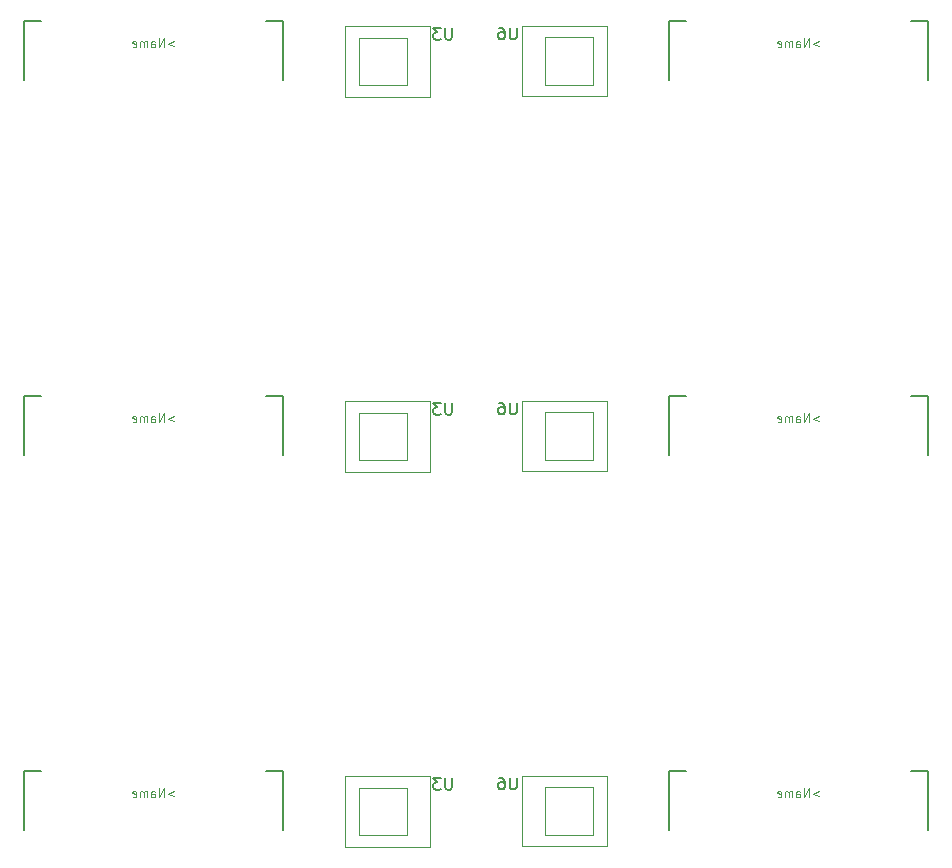
<source format=gbr>
G04 #@! TF.GenerationSoftware,KiCad,Pcbnew,(5.1.2)-2*
G04 #@! TF.CreationDate,2021-03-31T16:43:33-04:00*
G04 #@! TF.ProjectId,MicroMod_tinycar_panelized,4d696372-6f4d-46f6-945f-74696e796361,rev?*
G04 #@! TF.SameCoordinates,Original*
G04 #@! TF.FileFunction,Legend,Bot*
G04 #@! TF.FilePolarity,Positive*
%FSLAX46Y46*%
G04 Gerber Fmt 4.6, Leading zero omitted, Abs format (unit mm)*
G04 Created by KiCad (PCBNEW (5.1.2)-2) date 2021-03-31 16:43:33*
%MOMM*%
%LPD*%
G04 APERTURE LIST*
%ADD10C,0.120000*%
%ADD11C,0.152400*%
%ADD12C,0.150000*%
%ADD13C,0.060960*%
G04 APERTURE END LIST*
D10*
X141446000Y-131170000D02*
X137446000Y-131170000D01*
X141446000Y-127170000D02*
X141446000Y-131170000D01*
X137446000Y-127170000D02*
X141446000Y-127170000D01*
X137446000Y-131170000D02*
X137446000Y-127170000D01*
X136246000Y-126170000D02*
X143446000Y-126170000D01*
X136246000Y-132170000D02*
X143446000Y-132170000D01*
X143446000Y-132170000D02*
X143446000Y-126170000D01*
X136246000Y-132170000D02*
X136246000Y-126170000D01*
X141446000Y-99420000D02*
X137446000Y-99420000D01*
X141446000Y-95420000D02*
X141446000Y-99420000D01*
X137446000Y-95420000D02*
X141446000Y-95420000D01*
X137446000Y-99420000D02*
X137446000Y-95420000D01*
X136246000Y-94420000D02*
X143446000Y-94420000D01*
X136246000Y-100420000D02*
X143446000Y-100420000D01*
X143446000Y-100420000D02*
X143446000Y-94420000D01*
X136246000Y-100420000D02*
X136246000Y-94420000D01*
X141446000Y-67670000D02*
X137446000Y-67670000D01*
X141446000Y-63670000D02*
X141446000Y-67670000D01*
X137446000Y-63670000D02*
X141446000Y-63670000D01*
X137446000Y-67670000D02*
X137446000Y-63670000D01*
X136246000Y-62670000D02*
X143446000Y-62670000D01*
X136246000Y-68670000D02*
X143446000Y-68670000D01*
X143446000Y-68670000D02*
X143446000Y-62670000D01*
X136246000Y-68670000D02*
X136246000Y-62670000D01*
X153194000Y-127159000D02*
X157194000Y-127159000D01*
X153194000Y-131159000D02*
X153194000Y-127159000D01*
X157194000Y-131159000D02*
X153194000Y-131159000D01*
X157194000Y-127159000D02*
X157194000Y-131159000D01*
X158394000Y-132159000D02*
X151194000Y-132159000D01*
X158394000Y-126159000D02*
X151194000Y-126159000D01*
X151194000Y-126159000D02*
X151194000Y-132159000D01*
X158394000Y-126159000D02*
X158394000Y-132159000D01*
X153194000Y-95409000D02*
X157194000Y-95409000D01*
X153194000Y-99409000D02*
X153194000Y-95409000D01*
X157194000Y-99409000D02*
X153194000Y-99409000D01*
X157194000Y-95409000D02*
X157194000Y-99409000D01*
X158394000Y-100409000D02*
X151194000Y-100409000D01*
X158394000Y-94409000D02*
X151194000Y-94409000D01*
X151194000Y-94409000D02*
X151194000Y-100409000D01*
X158394000Y-94409000D02*
X158394000Y-100409000D01*
X153194000Y-63659000D02*
X157194000Y-63659000D01*
X153194000Y-67659000D02*
X153194000Y-63659000D01*
X157194000Y-67659000D02*
X153194000Y-67659000D01*
X157194000Y-63659000D02*
X157194000Y-67659000D01*
X158394000Y-68659000D02*
X151194000Y-68659000D01*
X158394000Y-62659000D02*
X151194000Y-62659000D01*
X151194000Y-62659000D02*
X151194000Y-68659000D01*
X158394000Y-62659000D02*
X158394000Y-68659000D01*
D11*
X109013740Y-67269980D02*
X109013740Y-62269980D01*
X109013740Y-62269980D02*
X110513740Y-62269980D01*
X129513740Y-62269980D02*
X131013740Y-62269980D01*
X131013740Y-67269980D02*
X131013740Y-62269980D01*
X109013740Y-99019980D02*
X109013740Y-94019980D01*
X109013740Y-94019980D02*
X110513740Y-94019980D01*
X129513740Y-94019980D02*
X131013740Y-94019980D01*
X131013740Y-99019980D02*
X131013740Y-94019980D01*
X109013740Y-130769980D02*
X109013740Y-125769980D01*
X109013740Y-125769980D02*
X110513740Y-125769980D01*
X129513740Y-125769980D02*
X131013740Y-125769980D01*
X131013740Y-130769980D02*
X131013740Y-125769980D01*
X163623740Y-67269980D02*
X163623740Y-62269980D01*
X163623740Y-62269980D02*
X165123740Y-62269980D01*
X184123740Y-62269980D02*
X185623740Y-62269980D01*
X185623740Y-67269980D02*
X185623740Y-62269980D01*
X163623740Y-99019980D02*
X163623740Y-94019980D01*
X163623740Y-94019980D02*
X165123740Y-94019980D01*
X184123740Y-94019980D02*
X185623740Y-94019980D01*
X185623740Y-99019980D02*
X185623740Y-94019980D01*
X163623740Y-130769980D02*
X163623740Y-125769980D01*
X163623740Y-125769980D02*
X165123740Y-125769980D01*
X184123740Y-125769980D02*
X185623740Y-125769980D01*
X185623740Y-130769980D02*
X185623740Y-125769980D01*
D12*
X145287904Y-126347380D02*
X145287904Y-127156904D01*
X145240285Y-127252142D01*
X145192666Y-127299761D01*
X145097428Y-127347380D01*
X144906952Y-127347380D01*
X144811714Y-127299761D01*
X144764095Y-127252142D01*
X144716476Y-127156904D01*
X144716476Y-126347380D01*
X144335523Y-126347380D02*
X143716476Y-126347380D01*
X144049809Y-126728333D01*
X143906952Y-126728333D01*
X143811714Y-126775952D01*
X143764095Y-126823571D01*
X143716476Y-126918809D01*
X143716476Y-127156904D01*
X143764095Y-127252142D01*
X143811714Y-127299761D01*
X143906952Y-127347380D01*
X144192666Y-127347380D01*
X144287904Y-127299761D01*
X144335523Y-127252142D01*
X145287904Y-94597380D02*
X145287904Y-95406904D01*
X145240285Y-95502142D01*
X145192666Y-95549761D01*
X145097428Y-95597380D01*
X144906952Y-95597380D01*
X144811714Y-95549761D01*
X144764095Y-95502142D01*
X144716476Y-95406904D01*
X144716476Y-94597380D01*
X144335523Y-94597380D02*
X143716476Y-94597380D01*
X144049809Y-94978333D01*
X143906952Y-94978333D01*
X143811714Y-95025952D01*
X143764095Y-95073571D01*
X143716476Y-95168809D01*
X143716476Y-95406904D01*
X143764095Y-95502142D01*
X143811714Y-95549761D01*
X143906952Y-95597380D01*
X144192666Y-95597380D01*
X144287904Y-95549761D01*
X144335523Y-95502142D01*
X145287904Y-62847380D02*
X145287904Y-63656904D01*
X145240285Y-63752142D01*
X145192666Y-63799761D01*
X145097428Y-63847380D01*
X144906952Y-63847380D01*
X144811714Y-63799761D01*
X144764095Y-63752142D01*
X144716476Y-63656904D01*
X144716476Y-62847380D01*
X144335523Y-62847380D02*
X143716476Y-62847380D01*
X144049809Y-63228333D01*
X143906952Y-63228333D01*
X143811714Y-63275952D01*
X143764095Y-63323571D01*
X143716476Y-63418809D01*
X143716476Y-63656904D01*
X143764095Y-63752142D01*
X143811714Y-63799761D01*
X143906952Y-63847380D01*
X144192666Y-63847380D01*
X144287904Y-63799761D01*
X144335523Y-63752142D01*
X150748904Y-126325380D02*
X150748904Y-127134904D01*
X150701285Y-127230142D01*
X150653666Y-127277761D01*
X150558428Y-127325380D01*
X150367952Y-127325380D01*
X150272714Y-127277761D01*
X150225095Y-127230142D01*
X150177476Y-127134904D01*
X150177476Y-126325380D01*
X149272714Y-126325380D02*
X149463190Y-126325380D01*
X149558428Y-126373000D01*
X149606047Y-126420619D01*
X149701285Y-126563476D01*
X149748904Y-126753952D01*
X149748904Y-127134904D01*
X149701285Y-127230142D01*
X149653666Y-127277761D01*
X149558428Y-127325380D01*
X149367952Y-127325380D01*
X149272714Y-127277761D01*
X149225095Y-127230142D01*
X149177476Y-127134904D01*
X149177476Y-126896809D01*
X149225095Y-126801571D01*
X149272714Y-126753952D01*
X149367952Y-126706333D01*
X149558428Y-126706333D01*
X149653666Y-126753952D01*
X149701285Y-126801571D01*
X149748904Y-126896809D01*
X150748904Y-94575380D02*
X150748904Y-95384904D01*
X150701285Y-95480142D01*
X150653666Y-95527761D01*
X150558428Y-95575380D01*
X150367952Y-95575380D01*
X150272714Y-95527761D01*
X150225095Y-95480142D01*
X150177476Y-95384904D01*
X150177476Y-94575380D01*
X149272714Y-94575380D02*
X149463190Y-94575380D01*
X149558428Y-94623000D01*
X149606047Y-94670619D01*
X149701285Y-94813476D01*
X149748904Y-95003952D01*
X149748904Y-95384904D01*
X149701285Y-95480142D01*
X149653666Y-95527761D01*
X149558428Y-95575380D01*
X149367952Y-95575380D01*
X149272714Y-95527761D01*
X149225095Y-95480142D01*
X149177476Y-95384904D01*
X149177476Y-95146809D01*
X149225095Y-95051571D01*
X149272714Y-95003952D01*
X149367952Y-94956333D01*
X149558428Y-94956333D01*
X149653666Y-95003952D01*
X149701285Y-95051571D01*
X149748904Y-95146809D01*
X150748904Y-62825380D02*
X150748904Y-63634904D01*
X150701285Y-63730142D01*
X150653666Y-63777761D01*
X150558428Y-63825380D01*
X150367952Y-63825380D01*
X150272714Y-63777761D01*
X150225095Y-63730142D01*
X150177476Y-63634904D01*
X150177476Y-62825380D01*
X149272714Y-62825380D02*
X149463190Y-62825380D01*
X149558428Y-62873000D01*
X149606047Y-62920619D01*
X149701285Y-63063476D01*
X149748904Y-63253952D01*
X149748904Y-63634904D01*
X149701285Y-63730142D01*
X149653666Y-63777761D01*
X149558428Y-63825380D01*
X149367952Y-63825380D01*
X149272714Y-63777761D01*
X149225095Y-63730142D01*
X149177476Y-63634904D01*
X149177476Y-63396809D01*
X149225095Y-63301571D01*
X149272714Y-63253952D01*
X149367952Y-63206333D01*
X149558428Y-63206333D01*
X149653666Y-63253952D01*
X149701285Y-63301571D01*
X149748904Y-63396809D01*
D13*
X121789018Y-63979858D02*
X121237475Y-64186687D01*
X121789018Y-64393515D01*
X120892761Y-64462458D02*
X120892761Y-63738558D01*
X120479104Y-64462458D01*
X120479104Y-63738558D01*
X119824147Y-64462458D02*
X119824147Y-64083272D01*
X119858618Y-64014330D01*
X119927561Y-63979858D01*
X120065447Y-63979858D01*
X120134390Y-64014330D01*
X119824147Y-64427987D02*
X119893090Y-64462458D01*
X120065447Y-64462458D01*
X120134390Y-64427987D01*
X120168861Y-64359044D01*
X120168861Y-64290101D01*
X120134390Y-64221158D01*
X120065447Y-64186687D01*
X119893090Y-64186687D01*
X119824147Y-64152215D01*
X119479432Y-64462458D02*
X119479432Y-63979858D01*
X119479432Y-64048801D02*
X119444961Y-64014330D01*
X119376018Y-63979858D01*
X119272604Y-63979858D01*
X119203661Y-64014330D01*
X119169190Y-64083272D01*
X119169190Y-64462458D01*
X119169190Y-64083272D02*
X119134718Y-64014330D01*
X119065775Y-63979858D01*
X118962361Y-63979858D01*
X118893418Y-64014330D01*
X118858947Y-64083272D01*
X118858947Y-64462458D01*
X118238461Y-64427987D02*
X118307404Y-64462458D01*
X118445290Y-64462458D01*
X118514232Y-64427987D01*
X118548704Y-64359044D01*
X118548704Y-64083272D01*
X118514232Y-64014330D01*
X118445290Y-63979858D01*
X118307404Y-63979858D01*
X118238461Y-64014330D01*
X118203990Y-64083272D01*
X118203990Y-64152215D01*
X118548704Y-64221158D01*
X121789018Y-95729858D02*
X121237475Y-95936687D01*
X121789018Y-96143515D01*
X120892761Y-96212458D02*
X120892761Y-95488558D01*
X120479104Y-96212458D01*
X120479104Y-95488558D01*
X119824147Y-96212458D02*
X119824147Y-95833272D01*
X119858618Y-95764330D01*
X119927561Y-95729858D01*
X120065447Y-95729858D01*
X120134390Y-95764330D01*
X119824147Y-96177987D02*
X119893090Y-96212458D01*
X120065447Y-96212458D01*
X120134390Y-96177987D01*
X120168861Y-96109044D01*
X120168861Y-96040101D01*
X120134390Y-95971158D01*
X120065447Y-95936687D01*
X119893090Y-95936687D01*
X119824147Y-95902215D01*
X119479432Y-96212458D02*
X119479432Y-95729858D01*
X119479432Y-95798801D02*
X119444961Y-95764330D01*
X119376018Y-95729858D01*
X119272604Y-95729858D01*
X119203661Y-95764330D01*
X119169190Y-95833272D01*
X119169190Y-96212458D01*
X119169190Y-95833272D02*
X119134718Y-95764330D01*
X119065775Y-95729858D01*
X118962361Y-95729858D01*
X118893418Y-95764330D01*
X118858947Y-95833272D01*
X118858947Y-96212458D01*
X118238461Y-96177987D02*
X118307404Y-96212458D01*
X118445290Y-96212458D01*
X118514232Y-96177987D01*
X118548704Y-96109044D01*
X118548704Y-95833272D01*
X118514232Y-95764330D01*
X118445290Y-95729858D01*
X118307404Y-95729858D01*
X118238461Y-95764330D01*
X118203990Y-95833272D01*
X118203990Y-95902215D01*
X118548704Y-95971158D01*
X121789018Y-127479858D02*
X121237475Y-127686687D01*
X121789018Y-127893515D01*
X120892761Y-127962458D02*
X120892761Y-127238558D01*
X120479104Y-127962458D01*
X120479104Y-127238558D01*
X119824147Y-127962458D02*
X119824147Y-127583272D01*
X119858618Y-127514330D01*
X119927561Y-127479858D01*
X120065447Y-127479858D01*
X120134390Y-127514330D01*
X119824147Y-127927987D02*
X119893090Y-127962458D01*
X120065447Y-127962458D01*
X120134390Y-127927987D01*
X120168861Y-127859044D01*
X120168861Y-127790101D01*
X120134390Y-127721158D01*
X120065447Y-127686687D01*
X119893090Y-127686687D01*
X119824147Y-127652215D01*
X119479432Y-127962458D02*
X119479432Y-127479858D01*
X119479432Y-127548801D02*
X119444961Y-127514330D01*
X119376018Y-127479858D01*
X119272604Y-127479858D01*
X119203661Y-127514330D01*
X119169190Y-127583272D01*
X119169190Y-127962458D01*
X119169190Y-127583272D02*
X119134718Y-127514330D01*
X119065775Y-127479858D01*
X118962361Y-127479858D01*
X118893418Y-127514330D01*
X118858947Y-127583272D01*
X118858947Y-127962458D01*
X118238461Y-127927987D02*
X118307404Y-127962458D01*
X118445290Y-127962458D01*
X118514232Y-127927987D01*
X118548704Y-127859044D01*
X118548704Y-127583272D01*
X118514232Y-127514330D01*
X118445290Y-127479858D01*
X118307404Y-127479858D01*
X118238461Y-127514330D01*
X118203990Y-127583272D01*
X118203990Y-127652215D01*
X118548704Y-127721158D01*
X176399018Y-63979858D02*
X175847475Y-64186687D01*
X176399018Y-64393515D01*
X175502761Y-64462458D02*
X175502761Y-63738558D01*
X175089104Y-64462458D01*
X175089104Y-63738558D01*
X174434147Y-64462458D02*
X174434147Y-64083272D01*
X174468618Y-64014330D01*
X174537561Y-63979858D01*
X174675447Y-63979858D01*
X174744390Y-64014330D01*
X174434147Y-64427987D02*
X174503090Y-64462458D01*
X174675447Y-64462458D01*
X174744390Y-64427987D01*
X174778861Y-64359044D01*
X174778861Y-64290101D01*
X174744390Y-64221158D01*
X174675447Y-64186687D01*
X174503090Y-64186687D01*
X174434147Y-64152215D01*
X174089432Y-64462458D02*
X174089432Y-63979858D01*
X174089432Y-64048801D02*
X174054961Y-64014330D01*
X173986018Y-63979858D01*
X173882604Y-63979858D01*
X173813661Y-64014330D01*
X173779190Y-64083272D01*
X173779190Y-64462458D01*
X173779190Y-64083272D02*
X173744718Y-64014330D01*
X173675775Y-63979858D01*
X173572361Y-63979858D01*
X173503418Y-64014330D01*
X173468947Y-64083272D01*
X173468947Y-64462458D01*
X172848461Y-64427987D02*
X172917404Y-64462458D01*
X173055290Y-64462458D01*
X173124232Y-64427987D01*
X173158704Y-64359044D01*
X173158704Y-64083272D01*
X173124232Y-64014330D01*
X173055290Y-63979858D01*
X172917404Y-63979858D01*
X172848461Y-64014330D01*
X172813990Y-64083272D01*
X172813990Y-64152215D01*
X173158704Y-64221158D01*
X176399018Y-95729858D02*
X175847475Y-95936687D01*
X176399018Y-96143515D01*
X175502761Y-96212458D02*
X175502761Y-95488558D01*
X175089104Y-96212458D01*
X175089104Y-95488558D01*
X174434147Y-96212458D02*
X174434147Y-95833272D01*
X174468618Y-95764330D01*
X174537561Y-95729858D01*
X174675447Y-95729858D01*
X174744390Y-95764330D01*
X174434147Y-96177987D02*
X174503090Y-96212458D01*
X174675447Y-96212458D01*
X174744390Y-96177987D01*
X174778861Y-96109044D01*
X174778861Y-96040101D01*
X174744390Y-95971158D01*
X174675447Y-95936687D01*
X174503090Y-95936687D01*
X174434147Y-95902215D01*
X174089432Y-96212458D02*
X174089432Y-95729858D01*
X174089432Y-95798801D02*
X174054961Y-95764330D01*
X173986018Y-95729858D01*
X173882604Y-95729858D01*
X173813661Y-95764330D01*
X173779190Y-95833272D01*
X173779190Y-96212458D01*
X173779190Y-95833272D02*
X173744718Y-95764330D01*
X173675775Y-95729858D01*
X173572361Y-95729858D01*
X173503418Y-95764330D01*
X173468947Y-95833272D01*
X173468947Y-96212458D01*
X172848461Y-96177987D02*
X172917404Y-96212458D01*
X173055290Y-96212458D01*
X173124232Y-96177987D01*
X173158704Y-96109044D01*
X173158704Y-95833272D01*
X173124232Y-95764330D01*
X173055290Y-95729858D01*
X172917404Y-95729858D01*
X172848461Y-95764330D01*
X172813990Y-95833272D01*
X172813990Y-95902215D01*
X173158704Y-95971158D01*
X176399018Y-127479858D02*
X175847475Y-127686687D01*
X176399018Y-127893515D01*
X175502761Y-127962458D02*
X175502761Y-127238558D01*
X175089104Y-127962458D01*
X175089104Y-127238558D01*
X174434147Y-127962458D02*
X174434147Y-127583272D01*
X174468618Y-127514330D01*
X174537561Y-127479858D01*
X174675447Y-127479858D01*
X174744390Y-127514330D01*
X174434147Y-127927987D02*
X174503090Y-127962458D01*
X174675447Y-127962458D01*
X174744390Y-127927987D01*
X174778861Y-127859044D01*
X174778861Y-127790101D01*
X174744390Y-127721158D01*
X174675447Y-127686687D01*
X174503090Y-127686687D01*
X174434147Y-127652215D01*
X174089432Y-127962458D02*
X174089432Y-127479858D01*
X174089432Y-127548801D02*
X174054961Y-127514330D01*
X173986018Y-127479858D01*
X173882604Y-127479858D01*
X173813661Y-127514330D01*
X173779190Y-127583272D01*
X173779190Y-127962458D01*
X173779190Y-127583272D02*
X173744718Y-127514330D01*
X173675775Y-127479858D01*
X173572361Y-127479858D01*
X173503418Y-127514330D01*
X173468947Y-127583272D01*
X173468947Y-127962458D01*
X172848461Y-127927987D02*
X172917404Y-127962458D01*
X173055290Y-127962458D01*
X173124232Y-127927987D01*
X173158704Y-127859044D01*
X173158704Y-127583272D01*
X173124232Y-127514330D01*
X173055290Y-127479858D01*
X172917404Y-127479858D01*
X172848461Y-127514330D01*
X172813990Y-127583272D01*
X172813990Y-127652215D01*
X173158704Y-127721158D01*
M02*

</source>
